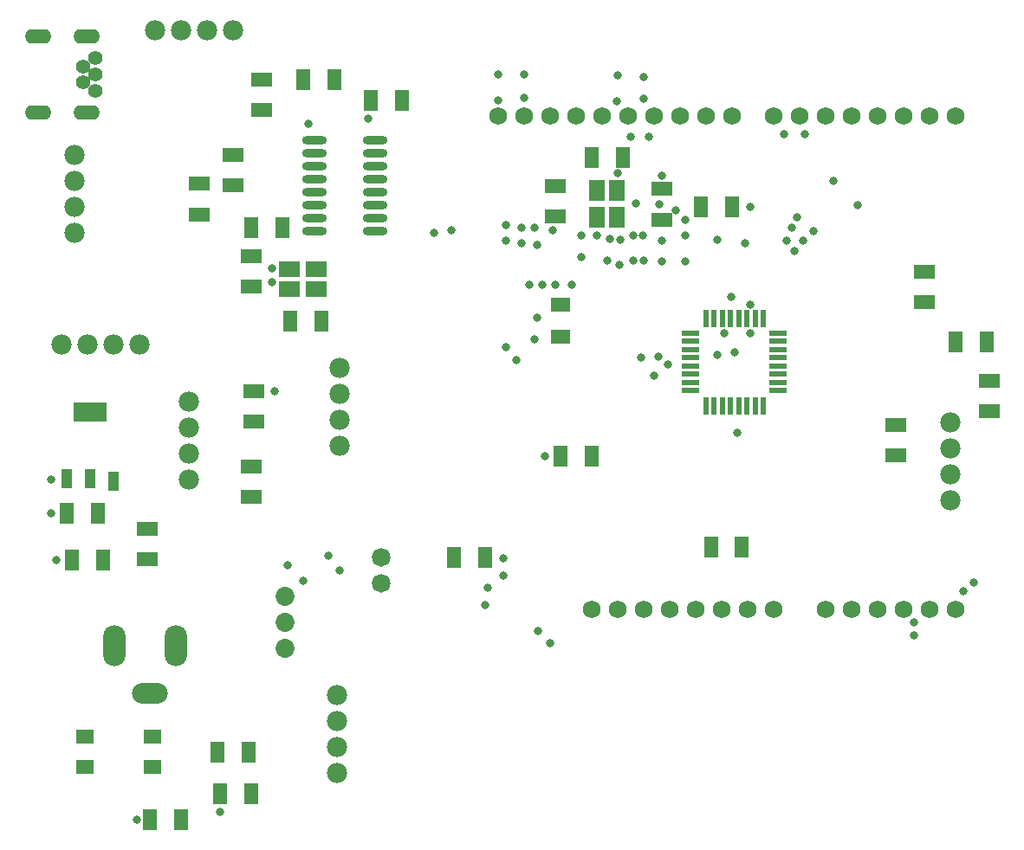
<source format=gts>
G04*
G04 #@! TF.GenerationSoftware,Altium Limited,Altium Designer,24.1.2 (44)*
G04*
G04 Layer_Color=8388736*
%FSLAX44Y44*%
%MOMM*%
G71*
G04*
G04 #@! TF.SameCoordinates,A56E43B2-B914-4F06-BF03-FB78D576DE16*
G04*
G04*
G04 #@! TF.FilePolarity,Negative*
G04*
G01*
G75*
%ADD24R,1.8542X1.3716*%
%ADD30C,0.0000*%
%ADD31R,1.3208X2.0066*%
%ADD32R,2.0066X1.3208*%
%ADD33R,1.6032X2.0032*%
%ADD34O,2.4032X0.8128*%
%ADD35R,1.7032X1.4032*%
%ADD36R,0.5588X1.7008*%
%ADD37R,1.7008X0.5588*%
%ADD38R,1.0414X1.9032*%
%ADD39R,3.3020X1.9032*%
%ADD40R,2.0032X1.6032*%
%ADD41O,2.6032X1.4032*%
%ADD42C,1.4032*%
%ADD43C,1.9812*%
%ADD44C,1.8232*%
%ADD45C,1.8532*%
%ADD46C,1.7272*%
%ADD47O,2.2032X4.0032*%
%ADD48O,3.5032X2.0032*%
%ADD49C,0.8382*%
D24*
X528320Y522859D02*
D03*
Y554101D02*
D03*
D30*
X361671Y307340D02*
G03*
X361671Y307340I-8611J0D01*
G01*
Y281940D02*
G03*
X361671Y281940I-8611J0D01*
G01*
D31*
X665734Y650240D02*
D03*
X695706D02*
D03*
X559054Y698500D02*
D03*
X589026D02*
D03*
X294386Y538480D02*
D03*
X264414D02*
D03*
X51054Y304800D02*
D03*
X81026D02*
D03*
X454660Y307340D02*
D03*
X424688D02*
D03*
X223266Y116840D02*
D03*
X193294D02*
D03*
X127254Y50800D02*
D03*
X157226D02*
D03*
X558546Y406400D02*
D03*
X528574D02*
D03*
X675640Y317500D02*
D03*
X705612D02*
D03*
X277114Y774700D02*
D03*
X307086D02*
D03*
X914654Y518160D02*
D03*
X944626D02*
D03*
X226314Y629920D02*
D03*
X256286D02*
D03*
X225806Y76200D02*
D03*
X195834D02*
D03*
X45974Y350520D02*
D03*
X75946D02*
D03*
X373126Y754380D02*
D03*
X343154D02*
D03*
D32*
X627380Y667512D02*
D03*
Y637540D02*
D03*
X523240Y640334D02*
D03*
Y670306D02*
D03*
X226060Y395986D02*
D03*
Y366014D02*
D03*
X947420Y449834D02*
D03*
Y479806D02*
D03*
X226060Y571754D02*
D03*
Y601726D02*
D03*
X883920Y586486D02*
D03*
Y556514D02*
D03*
X855980Y406654D02*
D03*
Y436626D02*
D03*
X236220Y774446D02*
D03*
Y744474D02*
D03*
X175260Y672592D02*
D03*
Y642620D02*
D03*
X208280Y670814D02*
D03*
Y700786D02*
D03*
X228600Y469646D02*
D03*
Y439674D02*
D03*
X124460Y335026D02*
D03*
Y305054D02*
D03*
D33*
X563840Y639580D02*
D03*
X583240Y665980D02*
D03*
Y639580D02*
D03*
X563840Y665980D02*
D03*
D34*
X287782Y715010D02*
D03*
Y702310D02*
D03*
Y689610D02*
D03*
Y676910D02*
D03*
Y664210D02*
D03*
Y651510D02*
D03*
Y638810D02*
D03*
Y626110D02*
D03*
X347218D02*
D03*
Y638810D02*
D03*
Y651510D02*
D03*
Y664210D02*
D03*
Y676910D02*
D03*
Y689610D02*
D03*
Y702310D02*
D03*
Y715010D02*
D03*
D35*
X63520Y131840D02*
D03*
X129520Y101840D02*
D03*
Y131840D02*
D03*
X63520Y101840D02*
D03*
D36*
X726440Y540640D02*
D03*
X718566D02*
D03*
X710438D02*
D03*
X702564D02*
D03*
X694436D02*
D03*
X686562D02*
D03*
X678434D02*
D03*
X670560D02*
D03*
Y455040D02*
D03*
X678434D02*
D03*
X686562D02*
D03*
X694436D02*
D03*
X702564D02*
D03*
X710438D02*
D03*
X718566D02*
D03*
X726440D02*
D03*
D37*
X655700Y526270D02*
D03*
Y518396D02*
D03*
Y510268D02*
D03*
Y502394D02*
D03*
Y494266D02*
D03*
Y486392D02*
D03*
Y478264D02*
D03*
Y470390D02*
D03*
X741300D02*
D03*
Y478264D02*
D03*
Y486392D02*
D03*
Y494266D02*
D03*
Y502394D02*
D03*
Y510268D02*
D03*
Y518396D02*
D03*
Y526270D02*
D03*
D38*
X91694Y381560D02*
D03*
X68580Y384060D02*
D03*
X45466D02*
D03*
D39*
X68580Y449060D02*
D03*
D40*
X263660Y589320D02*
D03*
X290060Y569920D02*
D03*
X263660D02*
D03*
X290060Y589320D02*
D03*
D41*
X17462Y816980D02*
D03*
X64962D02*
D03*
Y742580D02*
D03*
X17462D02*
D03*
D42*
X73979Y763581D02*
D03*
Y779581D02*
D03*
X61941Y771582D02*
D03*
Y787582D02*
D03*
X73979Y795580D02*
D03*
D43*
X66040Y515620D02*
D03*
X40640D02*
D03*
X116840D02*
D03*
X91440D02*
D03*
X312420Y467360D02*
D03*
Y492760D02*
D03*
Y416560D02*
D03*
Y441960D02*
D03*
X309880Y121920D02*
D03*
Y96520D02*
D03*
Y172720D02*
D03*
Y147320D02*
D03*
X53340Y650240D02*
D03*
Y624840D02*
D03*
Y701040D02*
D03*
Y675640D02*
D03*
X165100Y434340D02*
D03*
Y459740D02*
D03*
Y383540D02*
D03*
Y408940D02*
D03*
X909320Y414020D02*
D03*
Y439420D02*
D03*
Y363220D02*
D03*
Y388620D02*
D03*
X182880Y822960D02*
D03*
X208280D02*
D03*
X132080D02*
D03*
X157480D02*
D03*
D44*
X353060Y307340D02*
D03*
Y281940D02*
D03*
D45*
X259080Y218440D02*
D03*
Y243840D02*
D03*
Y269240D02*
D03*
D46*
X736600Y739140D02*
D03*
X762000D02*
D03*
X787400D02*
D03*
X812800D02*
D03*
X838200D02*
D03*
X863600D02*
D03*
X889000D02*
D03*
X914400D02*
D03*
X695960D02*
D03*
X670560D02*
D03*
X645160D02*
D03*
X619760D02*
D03*
X594360D02*
D03*
X568960D02*
D03*
X543560D02*
D03*
X518160D02*
D03*
X492760D02*
D03*
X467360D02*
D03*
X736600Y256540D02*
D03*
X711200D02*
D03*
X685800D02*
D03*
X660400D02*
D03*
X635000D02*
D03*
X609600D02*
D03*
X584200D02*
D03*
X558800D02*
D03*
X914400D02*
D03*
X889000D02*
D03*
X863600D02*
D03*
X838200D02*
D03*
X812800D02*
D03*
X787400D02*
D03*
D47*
X152400Y220980D02*
D03*
X92400D02*
D03*
D48*
X127400Y174480D02*
D03*
D49*
X698881Y508000D02*
D03*
X681863Y505603D02*
D03*
X688340Y526675D02*
D03*
X694817Y562225D02*
D03*
X713867Y554605D02*
D03*
X709034Y614807D02*
D03*
X641080Y646700D02*
D03*
X714030Y526773D02*
D03*
X681990Y617855D02*
D03*
X633064Y495904D02*
D03*
X619760Y485140D02*
D03*
X505460Y541274D02*
D03*
X624078Y503586D02*
D03*
X502920Y520700D02*
D03*
X485384Y500136D02*
D03*
X474980Y513080D02*
D03*
X510794Y574040D02*
D03*
X474980Y617220D02*
D03*
Y632460D02*
D03*
X584200Y778764D02*
D03*
X583438Y753618D02*
D03*
X614680Y718820D02*
D03*
X596900D02*
D03*
X607060Y502920D02*
D03*
X539750Y574040D02*
D03*
X523240D02*
D03*
X497840D02*
D03*
X505460Y612628D02*
D03*
X490220Y614680D02*
D03*
Y629920D02*
D03*
X502920Y629646D02*
D03*
X585988Y593217D02*
D03*
X548640Y622300D02*
D03*
Y601345D02*
D03*
X650240Y596494D02*
D03*
X627380Y596646D02*
D03*
X609600Y597281D02*
D03*
X599440D02*
D03*
X574040D02*
D03*
X586740Y617855D02*
D03*
X609600Y756158D02*
D03*
X625202Y652780D02*
D03*
X601946Y653016D02*
D03*
X584200Y683260D02*
D03*
X576580Y618490D02*
D03*
X563730Y622327D02*
D03*
X467360Y754380D02*
D03*
Y779780D02*
D03*
X609600Y777240D02*
D03*
X922020Y274320D02*
D03*
X873760Y230886D02*
D03*
Y243840D02*
D03*
X932450Y282210D02*
D03*
X405130Y624840D02*
D03*
X421640Y627380D02*
D03*
X492760Y756920D02*
D03*
Y779780D02*
D03*
X818548Y652112D02*
D03*
X795020Y675640D02*
D03*
X340539Y736421D02*
D03*
X767080Y721360D02*
D03*
X746760D02*
D03*
X261620Y299720D02*
D03*
X276860Y284480D02*
D03*
X301275Y308461D02*
D03*
X312420Y294640D02*
D03*
X599440Y621919D02*
D03*
X608838D02*
D03*
X650240Y637540D02*
D03*
Y622300D02*
D03*
X472440Y306070D02*
D03*
Y289560D02*
D03*
X457200Y277495D02*
D03*
X454660Y260985D02*
D03*
X114300Y50800D02*
D03*
X195580Y58420D02*
D03*
X506486Y235194D02*
D03*
X518160Y223520D02*
D03*
X701040Y429260D02*
D03*
X775637Y626443D02*
D03*
X520700Y627380D02*
D03*
X713740Y650240D02*
D03*
X627380Y680720D02*
D03*
Y617220D02*
D03*
X513080Y406400D02*
D03*
X749196Y617323D02*
D03*
X757086Y606894D02*
D03*
X765144Y616617D02*
D03*
X754380Y629920D02*
D03*
X759460Y640080D02*
D03*
X246380Y589534D02*
D03*
Y576580D02*
D03*
X281940Y731520D02*
D03*
X248920Y469900D02*
D03*
X35560Y304800D02*
D03*
X30480Y350520D02*
D03*
Y383540D02*
D03*
M02*

</source>
